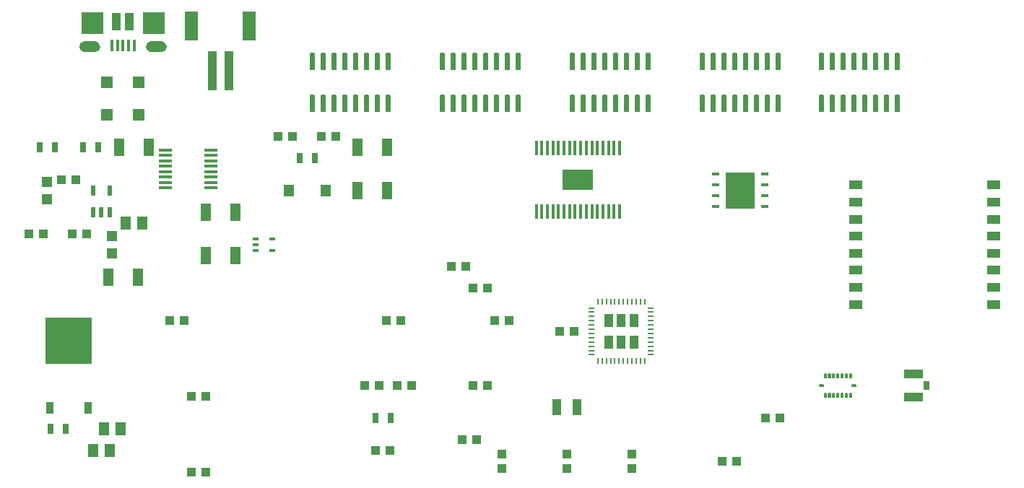
<source format=gbr>
G04 EAGLE Gerber RS-274X export*
G75*
%MOMM*%
%FSLAX34Y34*%
%LPD*%
%INSolderpaste Top*%
%IPPOS*%
%AMOC8*
5,1,8,0,0,1.08239X$1,22.5*%
G01*
%ADD10R,1.100000X1.000000*%
%ADD11R,0.800000X1.200000*%
%ADD12R,1.000000X1.100000*%
%ADD13R,1.270000X2.060000*%
%ADD14R,1.240000X1.500000*%
%ADD15R,1.200000X1.200000*%
%ADD16R,1.400000X1.400000*%
%ADD17R,1.270000X1.470000*%
%ADD18R,3.600000X2.400000*%
%ADD19R,0.300000X1.800000*%
%ADD20R,0.250000X0.750000*%
%ADD21R,0.750000X0.250000*%
%ADD22R,1.000000X1.500000*%
%ADD23C,0.175000*%
%ADD24C,0.150000*%
%ADD25R,0.965200X0.431800*%
%ADD26R,3.454400X4.343400*%
%ADD27R,0.550000X1.200000*%
%ADD28R,1.500000X1.000000*%
%ADD29R,0.889000X1.397000*%
%ADD30R,5.410200X5.511800*%
%ADD31R,1.000000X4.600000*%
%ADD32R,1.600000X3.400000*%
%ADD33R,1.100000X1.900000*%
%ADD34R,0.400000X1.350000*%
%ADD35R,1.000000X2.000000*%
%ADD36R,2.500000X2.500000*%
%ADD37R,2.200000X1.050000*%
%ADD38R,0.800000X1.000000*%
%ADD39R,1.600000X0.360000*%
%ADD40R,0.750000X0.400000*%

G36*
X106215Y937369D02*
X106215Y937369D01*
X106235Y937367D01*
X107361Y937428D01*
X107408Y937440D01*
X107484Y937447D01*
X108577Y937728D01*
X108621Y937748D01*
X108694Y937770D01*
X109711Y938258D01*
X109750Y938287D01*
X109817Y938323D01*
X110720Y939000D01*
X110753Y939035D01*
X110811Y939084D01*
X111564Y939924D01*
X111590Y939965D01*
X111638Y940025D01*
X112212Y940996D01*
X112229Y941041D01*
X112265Y941108D01*
X112639Y942173D01*
X112647Y942220D01*
X112669Y942294D01*
X112828Y943410D01*
X112827Y943438D01*
X112828Y943590D01*
X112669Y944707D01*
X112654Y944752D01*
X112639Y944827D01*
X112265Y945892D01*
X112241Y945934D01*
X112212Y946004D01*
X111638Y946975D01*
X111606Y947012D01*
X111564Y947076D01*
X110811Y947916D01*
X110774Y947946D01*
X110720Y948000D01*
X109817Y948677D01*
X109774Y948699D01*
X109711Y948742D01*
X108694Y949230D01*
X108647Y949243D01*
X108577Y949272D01*
X107484Y949553D01*
X107436Y949556D01*
X107361Y949572D01*
X106235Y949633D01*
X106219Y949631D01*
X106200Y949634D01*
X95200Y949634D01*
X95185Y949632D01*
X95165Y949633D01*
X94039Y949572D01*
X93992Y949561D01*
X93916Y949553D01*
X92823Y949272D01*
X92779Y949252D01*
X92706Y949230D01*
X91689Y948742D01*
X91650Y948714D01*
X91583Y948677D01*
X90680Y948000D01*
X90647Y947965D01*
X90589Y947916D01*
X89836Y947076D01*
X89810Y947035D01*
X89762Y946975D01*
X89188Y946004D01*
X89171Y945959D01*
X89135Y945892D01*
X88761Y944827D01*
X88753Y944780D01*
X88731Y944707D01*
X88572Y943590D01*
X88572Y943589D01*
X88573Y943402D01*
X88773Y942128D01*
X88790Y942081D01*
X88811Y941992D01*
X89289Y940795D01*
X89316Y940752D01*
X89356Y940670D01*
X90088Y939609D01*
X90124Y939573D01*
X90182Y939502D01*
X91132Y938631D01*
X91174Y938604D01*
X91247Y938547D01*
X92367Y937910D01*
X92414Y937893D01*
X92497Y937854D01*
X93731Y937481D01*
X93781Y937476D01*
X93871Y937456D01*
X95156Y937367D01*
X95176Y937369D01*
X95200Y937366D01*
X106200Y937366D01*
X106215Y937369D01*
G37*
G36*
X184215Y937369D02*
X184215Y937369D01*
X184235Y937367D01*
X185361Y937428D01*
X185408Y937440D01*
X185484Y937447D01*
X186577Y937728D01*
X186621Y937748D01*
X186694Y937770D01*
X187711Y938258D01*
X187750Y938287D01*
X187817Y938323D01*
X188720Y939000D01*
X188753Y939035D01*
X188811Y939084D01*
X189564Y939924D01*
X189590Y939965D01*
X189638Y940025D01*
X190212Y940996D01*
X190229Y941041D01*
X190265Y941108D01*
X190639Y942173D01*
X190647Y942220D01*
X190669Y942294D01*
X190828Y943410D01*
X190827Y943438D01*
X190828Y943590D01*
X190669Y944707D01*
X190654Y944752D01*
X190639Y944827D01*
X190265Y945892D01*
X190241Y945934D01*
X190212Y946004D01*
X189638Y946975D01*
X189606Y947012D01*
X189564Y947076D01*
X188811Y947916D01*
X188774Y947946D01*
X188720Y948000D01*
X187817Y948677D01*
X187774Y948699D01*
X187711Y948742D01*
X186694Y949230D01*
X186647Y949243D01*
X186577Y949272D01*
X185484Y949553D01*
X185436Y949556D01*
X185361Y949572D01*
X184235Y949633D01*
X184219Y949631D01*
X184200Y949634D01*
X173200Y949634D01*
X173185Y949632D01*
X173165Y949633D01*
X172039Y949572D01*
X171992Y949561D01*
X171916Y949553D01*
X170823Y949272D01*
X170779Y949252D01*
X170706Y949230D01*
X169689Y948742D01*
X169650Y948714D01*
X169583Y948677D01*
X168680Y948000D01*
X168647Y947965D01*
X168589Y947916D01*
X167836Y947076D01*
X167810Y947035D01*
X167762Y946975D01*
X167188Y946004D01*
X167171Y945959D01*
X167135Y945892D01*
X166761Y944827D01*
X166753Y944780D01*
X166731Y944707D01*
X166572Y943590D01*
X166572Y943589D01*
X166573Y943402D01*
X166773Y942128D01*
X166790Y942081D01*
X166811Y941992D01*
X167289Y940795D01*
X167316Y940752D01*
X167356Y940670D01*
X168088Y939609D01*
X168124Y939573D01*
X168182Y939502D01*
X169132Y938631D01*
X169174Y938604D01*
X169247Y938547D01*
X170367Y937910D01*
X170414Y937893D01*
X170497Y937854D01*
X171731Y937481D01*
X171781Y937476D01*
X171871Y937456D01*
X173156Y937367D01*
X173176Y937369D01*
X173200Y937366D01*
X184200Y937366D01*
X184215Y937369D01*
G37*
G36*
X879874Y782814D02*
X879874Y782814D01*
X879876Y782813D01*
X879919Y782833D01*
X879963Y782851D01*
X879963Y782853D01*
X879965Y782854D01*
X879998Y782939D01*
X879998Y795417D01*
X879997Y795419D01*
X879998Y795421D01*
X879978Y795464D01*
X879960Y795508D01*
X879958Y795508D01*
X879957Y795510D01*
X879872Y795543D01*
X864600Y795543D01*
X864598Y795542D01*
X864596Y795543D01*
X864553Y795523D01*
X864509Y795505D01*
X864509Y795503D01*
X864507Y795502D01*
X864474Y795417D01*
X864474Y782939D01*
X864475Y782937D01*
X864474Y782935D01*
X864494Y782892D01*
X864512Y782848D01*
X864514Y782848D01*
X864515Y782846D01*
X864600Y782813D01*
X879872Y782813D01*
X879874Y782814D01*
G37*
G36*
X862602Y782814D02*
X862602Y782814D01*
X862604Y782813D01*
X862647Y782833D01*
X862691Y782851D01*
X862691Y782853D01*
X862693Y782854D01*
X862726Y782939D01*
X862726Y795417D01*
X862725Y795419D01*
X862726Y795421D01*
X862706Y795464D01*
X862688Y795508D01*
X862686Y795508D01*
X862685Y795510D01*
X862600Y795543D01*
X847328Y795543D01*
X847326Y795542D01*
X847324Y795543D01*
X847281Y795523D01*
X847237Y795505D01*
X847237Y795503D01*
X847235Y795502D01*
X847202Y795417D01*
X847202Y782939D01*
X847203Y782937D01*
X847202Y782935D01*
X847222Y782892D01*
X847240Y782848D01*
X847242Y782848D01*
X847243Y782846D01*
X847328Y782813D01*
X862600Y782813D01*
X862602Y782814D01*
G37*
G36*
X879874Y768336D02*
X879874Y768336D01*
X879876Y768335D01*
X879919Y768355D01*
X879963Y768373D01*
X879963Y768375D01*
X879965Y768376D01*
X879998Y768461D01*
X879998Y780939D01*
X879997Y780941D01*
X879998Y780943D01*
X879978Y780986D01*
X879960Y781030D01*
X879958Y781030D01*
X879957Y781032D01*
X879872Y781065D01*
X864600Y781065D01*
X864598Y781064D01*
X864596Y781065D01*
X864553Y781045D01*
X864509Y781027D01*
X864509Y781025D01*
X864507Y781024D01*
X864474Y780939D01*
X864474Y768461D01*
X864475Y768459D01*
X864474Y768457D01*
X864494Y768414D01*
X864512Y768370D01*
X864514Y768370D01*
X864515Y768368D01*
X864600Y768335D01*
X879872Y768335D01*
X879874Y768336D01*
G37*
G36*
X862602Y768336D02*
X862602Y768336D01*
X862604Y768335D01*
X862647Y768355D01*
X862691Y768373D01*
X862691Y768375D01*
X862693Y768376D01*
X862726Y768461D01*
X862726Y780939D01*
X862725Y780941D01*
X862726Y780943D01*
X862706Y780986D01*
X862688Y781030D01*
X862686Y781030D01*
X862685Y781032D01*
X862600Y781065D01*
X847328Y781065D01*
X847326Y781064D01*
X847324Y781065D01*
X847281Y781045D01*
X847237Y781027D01*
X847237Y781025D01*
X847235Y781024D01*
X847202Y780939D01*
X847202Y768461D01*
X847203Y768459D01*
X847202Y768457D01*
X847222Y768414D01*
X847240Y768370D01*
X847242Y768370D01*
X847243Y768368D01*
X847328Y768335D01*
X862600Y768335D01*
X862602Y768336D01*
G37*
G36*
X879874Y753858D02*
X879874Y753858D01*
X879876Y753857D01*
X879919Y753877D01*
X879963Y753895D01*
X879963Y753897D01*
X879965Y753898D01*
X879998Y753983D01*
X879998Y766461D01*
X879997Y766463D01*
X879998Y766465D01*
X879978Y766508D01*
X879960Y766552D01*
X879958Y766552D01*
X879957Y766554D01*
X879872Y766587D01*
X864600Y766587D01*
X864598Y766586D01*
X864596Y766587D01*
X864553Y766567D01*
X864509Y766549D01*
X864509Y766547D01*
X864507Y766546D01*
X864474Y766461D01*
X864474Y753983D01*
X864475Y753981D01*
X864474Y753979D01*
X864494Y753936D01*
X864512Y753892D01*
X864514Y753892D01*
X864515Y753890D01*
X864600Y753857D01*
X879872Y753857D01*
X879874Y753858D01*
G37*
G36*
X862602Y753858D02*
X862602Y753858D01*
X862604Y753857D01*
X862647Y753877D01*
X862691Y753895D01*
X862691Y753897D01*
X862693Y753898D01*
X862726Y753983D01*
X862726Y766461D01*
X862725Y766463D01*
X862726Y766465D01*
X862706Y766508D01*
X862688Y766552D01*
X862686Y766552D01*
X862685Y766554D01*
X862600Y766587D01*
X847328Y766587D01*
X847326Y766586D01*
X847324Y766587D01*
X847281Y766567D01*
X847237Y766549D01*
X847237Y766547D01*
X847235Y766546D01*
X847202Y766461D01*
X847202Y753983D01*
X847203Y753981D01*
X847202Y753979D01*
X847222Y753936D01*
X847240Y753892D01*
X847242Y753892D01*
X847243Y753890D01*
X847328Y753857D01*
X862600Y753857D01*
X862602Y753858D01*
G37*
D10*
X668900Y609600D03*
X651900Y609600D03*
X194700Y622300D03*
X211700Y622300D03*
X220100Y533400D03*
X237100Y533400D03*
X436000Y469900D03*
X453000Y469900D03*
D11*
X92600Y825500D03*
X110600Y825500D03*
D12*
X736600Y465700D03*
X736600Y448700D03*
D11*
X54500Y495300D03*
X72500Y495300D03*
D13*
X169950Y825500D03*
X134850Y825500D03*
X236450Y749300D03*
X271550Y749300D03*
X414250Y774700D03*
X449350Y774700D03*
D11*
X41800Y825500D03*
X59800Y825500D03*
D12*
X584200Y465700D03*
X584200Y448700D03*
D11*
X435500Y508000D03*
X453500Y508000D03*
D10*
X220100Y444500D03*
X237100Y444500D03*
D14*
X142900Y736600D03*
X161900Y736600D03*
D12*
X660400Y465700D03*
X660400Y448700D03*
D14*
X123800Y469900D03*
X104800Y469900D03*
D13*
X236450Y698500D03*
X271550Y698500D03*
X122150Y673100D03*
X157250Y673100D03*
X414250Y825500D03*
X449350Y825500D03*
D14*
X117500Y495300D03*
X136500Y495300D03*
D15*
X127000Y721700D03*
X127000Y700700D03*
D16*
X158200Y901700D03*
X121200Y901700D03*
D17*
X334100Y774700D03*
X377100Y774700D03*
D16*
X158200Y863600D03*
X121200Y863600D03*
D18*
X673100Y787400D03*
D19*
X624350Y749900D03*
X630850Y749900D03*
X637350Y749900D03*
X643850Y749900D03*
X650350Y749900D03*
X656850Y749900D03*
X663350Y749900D03*
X669850Y749900D03*
X676350Y749900D03*
X682850Y749900D03*
X689350Y749900D03*
X695850Y749900D03*
X702350Y749900D03*
X708850Y749900D03*
X715350Y749900D03*
X721850Y749900D03*
X721850Y824900D03*
X715350Y824900D03*
X708850Y824900D03*
X702350Y824900D03*
X695850Y824900D03*
X689350Y824900D03*
X682850Y824900D03*
X676350Y824900D03*
X669850Y824900D03*
X663350Y824900D03*
X656850Y824900D03*
X650350Y824900D03*
X643850Y824900D03*
X637350Y824900D03*
X630850Y824900D03*
X624350Y824900D03*
D15*
X50800Y785200D03*
X50800Y764200D03*
D11*
X346600Y812800D03*
X364600Y812800D03*
D10*
X537600Y482600D03*
X554600Y482600D03*
X550300Y660400D03*
X567300Y660400D03*
X372500Y838200D03*
X389500Y838200D03*
X321700Y838200D03*
X338700Y838200D03*
X550300Y546100D03*
X567300Y546100D03*
X80400Y723900D03*
X97400Y723900D03*
X893200Y508000D03*
X910200Y508000D03*
X524900Y685800D03*
X541900Y685800D03*
X575700Y622300D03*
X592700Y622300D03*
X859400Y457200D03*
X842400Y457200D03*
X29600Y723900D03*
X46600Y723900D03*
X67700Y787400D03*
X84700Y787400D03*
X461400Y546100D03*
X478400Y546100D03*
D20*
X696400Y574850D03*
X701400Y574850D03*
X706400Y574850D03*
X711400Y574850D03*
X716400Y574850D03*
X721400Y574850D03*
X726400Y574850D03*
X731400Y574850D03*
X736400Y574850D03*
X741400Y574850D03*
X746400Y574850D03*
D21*
X758650Y582100D03*
X758650Y587100D03*
X758650Y592100D03*
X758650Y597100D03*
X758650Y602100D03*
X758650Y607100D03*
X758650Y612100D03*
X758650Y617100D03*
X758650Y622100D03*
X758650Y627100D03*
X758650Y632100D03*
D20*
X751400Y644350D03*
X746400Y644350D03*
X741400Y644350D03*
X736400Y644350D03*
X731400Y644350D03*
X726400Y644350D03*
X721400Y644350D03*
X716400Y644350D03*
X711400Y644350D03*
X706400Y644350D03*
X701400Y644350D03*
D21*
X689150Y637100D03*
X689150Y632100D03*
X689150Y627100D03*
X689150Y622100D03*
X689150Y617100D03*
X689150Y612100D03*
X689150Y607100D03*
X689150Y602100D03*
X689150Y597100D03*
X689150Y592100D03*
X689150Y587100D03*
D22*
X708900Y622100D03*
X723900Y622100D03*
X738900Y622100D03*
X738900Y597100D03*
X723900Y597100D03*
X708900Y597100D03*
D20*
X751400Y574850D03*
D21*
X758650Y637100D03*
D20*
X696400Y644350D03*
D21*
X689150Y582100D03*
D23*
X962025Y555675D02*
X963775Y555675D01*
X962025Y555675D02*
X962025Y559725D01*
X963775Y559725D01*
X963775Y555675D01*
X963775Y557337D02*
X962025Y557337D01*
X962025Y558999D02*
X963775Y558999D01*
X967025Y555675D02*
X968775Y555675D01*
X967025Y555675D02*
X967025Y559725D01*
X968775Y559725D01*
X968775Y555675D01*
X968775Y557337D02*
X967025Y557337D01*
X967025Y558999D02*
X968775Y558999D01*
X972025Y555675D02*
X973775Y555675D01*
X972025Y555675D02*
X972025Y559725D01*
X973775Y559725D01*
X973775Y555675D01*
X973775Y557337D02*
X972025Y557337D01*
X972025Y558999D02*
X973775Y558999D01*
X977025Y555675D02*
X978775Y555675D01*
X977025Y555675D02*
X977025Y559725D01*
X978775Y559725D01*
X978775Y555675D01*
X978775Y557337D02*
X977025Y557337D01*
X977025Y558999D02*
X978775Y558999D01*
X982025Y555675D02*
X983775Y555675D01*
X982025Y555675D02*
X982025Y559725D01*
X983775Y559725D01*
X983775Y555675D01*
X983775Y557337D02*
X982025Y557337D01*
X982025Y558999D02*
X983775Y558999D01*
X987025Y555675D02*
X988775Y555675D01*
X987025Y555675D02*
X987025Y559725D01*
X988775Y559725D01*
X988775Y555675D01*
X988775Y557337D02*
X987025Y557337D01*
X987025Y558999D02*
X988775Y558999D01*
X992025Y555675D02*
X993775Y555675D01*
X992025Y555675D02*
X992025Y559725D01*
X993775Y559725D01*
X993775Y555675D01*
X993775Y557337D02*
X992025Y557337D01*
X992025Y558999D02*
X993775Y558999D01*
X999025Y546975D02*
X999025Y545225D01*
X994975Y545225D01*
X994975Y546975D01*
X999025Y546975D01*
X999025Y546887D02*
X994975Y546887D01*
X993775Y532475D02*
X992025Y532475D01*
X992025Y536525D01*
X993775Y536525D01*
X993775Y532475D01*
X993775Y534137D02*
X992025Y534137D01*
X992025Y535799D02*
X993775Y535799D01*
X988775Y532475D02*
X987025Y532475D01*
X987025Y536525D01*
X988775Y536525D01*
X988775Y532475D01*
X988775Y534137D02*
X987025Y534137D01*
X987025Y535799D02*
X988775Y535799D01*
X983775Y532475D02*
X982025Y532475D01*
X982025Y536525D01*
X983775Y536525D01*
X983775Y532475D01*
X983775Y534137D02*
X982025Y534137D01*
X982025Y535799D02*
X983775Y535799D01*
X978775Y532475D02*
X977025Y532475D01*
X977025Y536525D01*
X978775Y536525D01*
X978775Y532475D01*
X978775Y534137D02*
X977025Y534137D01*
X977025Y535799D02*
X978775Y535799D01*
X973775Y532475D02*
X972025Y532475D01*
X972025Y536525D01*
X973775Y536525D01*
X973775Y532475D01*
X973775Y534137D02*
X972025Y534137D01*
X972025Y535799D02*
X973775Y535799D01*
X968775Y532475D02*
X967025Y532475D01*
X967025Y536525D01*
X968775Y536525D01*
X968775Y532475D01*
X968775Y534137D02*
X967025Y534137D01*
X967025Y535799D02*
X968775Y535799D01*
X963775Y532475D02*
X962025Y532475D01*
X962025Y536525D01*
X963775Y536525D01*
X963775Y532475D01*
X963775Y534137D02*
X962025Y534137D01*
X962025Y535799D02*
X963775Y535799D01*
X960825Y545225D02*
X960825Y546975D01*
X960825Y545225D02*
X956775Y545225D01*
X956775Y546975D01*
X960825Y546975D01*
X960825Y546887D02*
X956775Y546887D01*
D24*
X821400Y867850D02*
X821400Y886050D01*
X821400Y867850D02*
X816900Y867850D01*
X816900Y886050D01*
X821400Y886050D01*
X821400Y869275D02*
X816900Y869275D01*
X816900Y870700D02*
X821400Y870700D01*
X821400Y872125D02*
X816900Y872125D01*
X816900Y873550D02*
X821400Y873550D01*
X821400Y874975D02*
X816900Y874975D01*
X816900Y876400D02*
X821400Y876400D01*
X821400Y877825D02*
X816900Y877825D01*
X816900Y879250D02*
X821400Y879250D01*
X821400Y880675D02*
X816900Y880675D01*
X816900Y882100D02*
X821400Y882100D01*
X821400Y883525D02*
X816900Y883525D01*
X816900Y884950D02*
X821400Y884950D01*
X834100Y886050D02*
X834100Y867850D01*
X829600Y867850D01*
X829600Y886050D01*
X834100Y886050D01*
X834100Y869275D02*
X829600Y869275D01*
X829600Y870700D02*
X834100Y870700D01*
X834100Y872125D02*
X829600Y872125D01*
X829600Y873550D02*
X834100Y873550D01*
X834100Y874975D02*
X829600Y874975D01*
X829600Y876400D02*
X834100Y876400D01*
X834100Y877825D02*
X829600Y877825D01*
X829600Y879250D02*
X834100Y879250D01*
X834100Y880675D02*
X829600Y880675D01*
X829600Y882100D02*
X834100Y882100D01*
X834100Y883525D02*
X829600Y883525D01*
X829600Y884950D02*
X834100Y884950D01*
X846800Y886050D02*
X846800Y867850D01*
X842300Y867850D01*
X842300Y886050D01*
X846800Y886050D01*
X846800Y869275D02*
X842300Y869275D01*
X842300Y870700D02*
X846800Y870700D01*
X846800Y872125D02*
X842300Y872125D01*
X842300Y873550D02*
X846800Y873550D01*
X846800Y874975D02*
X842300Y874975D01*
X842300Y876400D02*
X846800Y876400D01*
X846800Y877825D02*
X842300Y877825D01*
X842300Y879250D02*
X846800Y879250D01*
X846800Y880675D02*
X842300Y880675D01*
X842300Y882100D02*
X846800Y882100D01*
X846800Y883525D02*
X842300Y883525D01*
X842300Y884950D02*
X846800Y884950D01*
X859500Y886050D02*
X859500Y867850D01*
X855000Y867850D01*
X855000Y886050D01*
X859500Y886050D01*
X859500Y869275D02*
X855000Y869275D01*
X855000Y870700D02*
X859500Y870700D01*
X859500Y872125D02*
X855000Y872125D01*
X855000Y873550D02*
X859500Y873550D01*
X859500Y874975D02*
X855000Y874975D01*
X855000Y876400D02*
X859500Y876400D01*
X859500Y877825D02*
X855000Y877825D01*
X855000Y879250D02*
X859500Y879250D01*
X859500Y880675D02*
X855000Y880675D01*
X855000Y882100D02*
X859500Y882100D01*
X859500Y883525D02*
X855000Y883525D01*
X855000Y884950D02*
X859500Y884950D01*
X872200Y886050D02*
X872200Y867850D01*
X867700Y867850D01*
X867700Y886050D01*
X872200Y886050D01*
X872200Y869275D02*
X867700Y869275D01*
X867700Y870700D02*
X872200Y870700D01*
X872200Y872125D02*
X867700Y872125D01*
X867700Y873550D02*
X872200Y873550D01*
X872200Y874975D02*
X867700Y874975D01*
X867700Y876400D02*
X872200Y876400D01*
X872200Y877825D02*
X867700Y877825D01*
X867700Y879250D02*
X872200Y879250D01*
X872200Y880675D02*
X867700Y880675D01*
X867700Y882100D02*
X872200Y882100D01*
X872200Y883525D02*
X867700Y883525D01*
X867700Y884950D02*
X872200Y884950D01*
X884900Y886050D02*
X884900Y867850D01*
X880400Y867850D01*
X880400Y886050D01*
X884900Y886050D01*
X884900Y869275D02*
X880400Y869275D01*
X880400Y870700D02*
X884900Y870700D01*
X884900Y872125D02*
X880400Y872125D01*
X880400Y873550D02*
X884900Y873550D01*
X884900Y874975D02*
X880400Y874975D01*
X880400Y876400D02*
X884900Y876400D01*
X884900Y877825D02*
X880400Y877825D01*
X880400Y879250D02*
X884900Y879250D01*
X884900Y880675D02*
X880400Y880675D01*
X880400Y882100D02*
X884900Y882100D01*
X884900Y883525D02*
X880400Y883525D01*
X880400Y884950D02*
X884900Y884950D01*
X897600Y886050D02*
X897600Y867850D01*
X893100Y867850D01*
X893100Y886050D01*
X897600Y886050D01*
X897600Y869275D02*
X893100Y869275D01*
X893100Y870700D02*
X897600Y870700D01*
X897600Y872125D02*
X893100Y872125D01*
X893100Y873550D02*
X897600Y873550D01*
X897600Y874975D02*
X893100Y874975D01*
X893100Y876400D02*
X897600Y876400D01*
X897600Y877825D02*
X893100Y877825D01*
X893100Y879250D02*
X897600Y879250D01*
X897600Y880675D02*
X893100Y880675D01*
X893100Y882100D02*
X897600Y882100D01*
X897600Y883525D02*
X893100Y883525D01*
X893100Y884950D02*
X897600Y884950D01*
X910300Y886050D02*
X910300Y867850D01*
X905800Y867850D01*
X905800Y886050D01*
X910300Y886050D01*
X910300Y869275D02*
X905800Y869275D01*
X905800Y870700D02*
X910300Y870700D01*
X910300Y872125D02*
X905800Y872125D01*
X905800Y873550D02*
X910300Y873550D01*
X910300Y874975D02*
X905800Y874975D01*
X905800Y876400D02*
X910300Y876400D01*
X910300Y877825D02*
X905800Y877825D01*
X905800Y879250D02*
X910300Y879250D01*
X910300Y880675D02*
X905800Y880675D01*
X905800Y882100D02*
X910300Y882100D01*
X910300Y883525D02*
X905800Y883525D01*
X905800Y884950D02*
X910300Y884950D01*
X910300Y917350D02*
X910300Y935550D01*
X910300Y917350D02*
X905800Y917350D01*
X905800Y935550D01*
X910300Y935550D01*
X910300Y918775D02*
X905800Y918775D01*
X905800Y920200D02*
X910300Y920200D01*
X910300Y921625D02*
X905800Y921625D01*
X905800Y923050D02*
X910300Y923050D01*
X910300Y924475D02*
X905800Y924475D01*
X905800Y925900D02*
X910300Y925900D01*
X910300Y927325D02*
X905800Y927325D01*
X905800Y928750D02*
X910300Y928750D01*
X910300Y930175D02*
X905800Y930175D01*
X905800Y931600D02*
X910300Y931600D01*
X910300Y933025D02*
X905800Y933025D01*
X905800Y934450D02*
X910300Y934450D01*
X897600Y935550D02*
X897600Y917350D01*
X893100Y917350D01*
X893100Y935550D01*
X897600Y935550D01*
X897600Y918775D02*
X893100Y918775D01*
X893100Y920200D02*
X897600Y920200D01*
X897600Y921625D02*
X893100Y921625D01*
X893100Y923050D02*
X897600Y923050D01*
X897600Y924475D02*
X893100Y924475D01*
X893100Y925900D02*
X897600Y925900D01*
X897600Y927325D02*
X893100Y927325D01*
X893100Y928750D02*
X897600Y928750D01*
X897600Y930175D02*
X893100Y930175D01*
X893100Y931600D02*
X897600Y931600D01*
X897600Y933025D02*
X893100Y933025D01*
X893100Y934450D02*
X897600Y934450D01*
X884900Y935550D02*
X884900Y917350D01*
X880400Y917350D01*
X880400Y935550D01*
X884900Y935550D01*
X884900Y918775D02*
X880400Y918775D01*
X880400Y920200D02*
X884900Y920200D01*
X884900Y921625D02*
X880400Y921625D01*
X880400Y923050D02*
X884900Y923050D01*
X884900Y924475D02*
X880400Y924475D01*
X880400Y925900D02*
X884900Y925900D01*
X884900Y927325D02*
X880400Y927325D01*
X880400Y928750D02*
X884900Y928750D01*
X884900Y930175D02*
X880400Y930175D01*
X880400Y931600D02*
X884900Y931600D01*
X884900Y933025D02*
X880400Y933025D01*
X880400Y934450D02*
X884900Y934450D01*
X872200Y935550D02*
X872200Y917350D01*
X867700Y917350D01*
X867700Y935550D01*
X872200Y935550D01*
X872200Y918775D02*
X867700Y918775D01*
X867700Y920200D02*
X872200Y920200D01*
X872200Y921625D02*
X867700Y921625D01*
X867700Y923050D02*
X872200Y923050D01*
X872200Y924475D02*
X867700Y924475D01*
X867700Y925900D02*
X872200Y925900D01*
X872200Y927325D02*
X867700Y927325D01*
X867700Y928750D02*
X872200Y928750D01*
X872200Y930175D02*
X867700Y930175D01*
X867700Y931600D02*
X872200Y931600D01*
X872200Y933025D02*
X867700Y933025D01*
X867700Y934450D02*
X872200Y934450D01*
X859500Y935550D02*
X859500Y917350D01*
X855000Y917350D01*
X855000Y935550D01*
X859500Y935550D01*
X859500Y918775D02*
X855000Y918775D01*
X855000Y920200D02*
X859500Y920200D01*
X859500Y921625D02*
X855000Y921625D01*
X855000Y923050D02*
X859500Y923050D01*
X859500Y924475D02*
X855000Y924475D01*
X855000Y925900D02*
X859500Y925900D01*
X859500Y927325D02*
X855000Y927325D01*
X855000Y928750D02*
X859500Y928750D01*
X859500Y930175D02*
X855000Y930175D01*
X855000Y931600D02*
X859500Y931600D01*
X859500Y933025D02*
X855000Y933025D01*
X855000Y934450D02*
X859500Y934450D01*
X846800Y935550D02*
X846800Y917350D01*
X842300Y917350D01*
X842300Y935550D01*
X846800Y935550D01*
X846800Y918775D02*
X842300Y918775D01*
X842300Y920200D02*
X846800Y920200D01*
X846800Y921625D02*
X842300Y921625D01*
X842300Y923050D02*
X846800Y923050D01*
X846800Y924475D02*
X842300Y924475D01*
X842300Y925900D02*
X846800Y925900D01*
X846800Y927325D02*
X842300Y927325D01*
X842300Y928750D02*
X846800Y928750D01*
X846800Y930175D02*
X842300Y930175D01*
X842300Y931600D02*
X846800Y931600D01*
X846800Y933025D02*
X842300Y933025D01*
X842300Y934450D02*
X846800Y934450D01*
X834100Y935550D02*
X834100Y917350D01*
X829600Y917350D01*
X829600Y935550D01*
X834100Y935550D01*
X834100Y918775D02*
X829600Y918775D01*
X829600Y920200D02*
X834100Y920200D01*
X834100Y921625D02*
X829600Y921625D01*
X829600Y923050D02*
X834100Y923050D01*
X834100Y924475D02*
X829600Y924475D01*
X829600Y925900D02*
X834100Y925900D01*
X834100Y927325D02*
X829600Y927325D01*
X829600Y928750D02*
X834100Y928750D01*
X834100Y930175D02*
X829600Y930175D01*
X829600Y931600D02*
X834100Y931600D01*
X834100Y933025D02*
X829600Y933025D01*
X829600Y934450D02*
X834100Y934450D01*
X821400Y935550D02*
X821400Y917350D01*
X816900Y917350D01*
X816900Y935550D01*
X821400Y935550D01*
X821400Y918775D02*
X816900Y918775D01*
X816900Y920200D02*
X821400Y920200D01*
X821400Y921625D02*
X816900Y921625D01*
X816900Y923050D02*
X821400Y923050D01*
X821400Y924475D02*
X816900Y924475D01*
X816900Y925900D02*
X821400Y925900D01*
X821400Y927325D02*
X816900Y927325D01*
X816900Y928750D02*
X821400Y928750D01*
X821400Y930175D02*
X816900Y930175D01*
X816900Y931600D02*
X821400Y931600D01*
X821400Y933025D02*
X816900Y933025D01*
X816900Y934450D02*
X821400Y934450D01*
X364200Y886050D02*
X364200Y867850D01*
X359700Y867850D01*
X359700Y886050D01*
X364200Y886050D01*
X364200Y869275D02*
X359700Y869275D01*
X359700Y870700D02*
X364200Y870700D01*
X364200Y872125D02*
X359700Y872125D01*
X359700Y873550D02*
X364200Y873550D01*
X364200Y874975D02*
X359700Y874975D01*
X359700Y876400D02*
X364200Y876400D01*
X364200Y877825D02*
X359700Y877825D01*
X359700Y879250D02*
X364200Y879250D01*
X364200Y880675D02*
X359700Y880675D01*
X359700Y882100D02*
X364200Y882100D01*
X364200Y883525D02*
X359700Y883525D01*
X359700Y884950D02*
X364200Y884950D01*
X376900Y886050D02*
X376900Y867850D01*
X372400Y867850D01*
X372400Y886050D01*
X376900Y886050D01*
X376900Y869275D02*
X372400Y869275D01*
X372400Y870700D02*
X376900Y870700D01*
X376900Y872125D02*
X372400Y872125D01*
X372400Y873550D02*
X376900Y873550D01*
X376900Y874975D02*
X372400Y874975D01*
X372400Y876400D02*
X376900Y876400D01*
X376900Y877825D02*
X372400Y877825D01*
X372400Y879250D02*
X376900Y879250D01*
X376900Y880675D02*
X372400Y880675D01*
X372400Y882100D02*
X376900Y882100D01*
X376900Y883525D02*
X372400Y883525D01*
X372400Y884950D02*
X376900Y884950D01*
X389600Y886050D02*
X389600Y867850D01*
X385100Y867850D01*
X385100Y886050D01*
X389600Y886050D01*
X389600Y869275D02*
X385100Y869275D01*
X385100Y870700D02*
X389600Y870700D01*
X389600Y872125D02*
X385100Y872125D01*
X385100Y873550D02*
X389600Y873550D01*
X389600Y874975D02*
X385100Y874975D01*
X385100Y876400D02*
X389600Y876400D01*
X389600Y877825D02*
X385100Y877825D01*
X385100Y879250D02*
X389600Y879250D01*
X389600Y880675D02*
X385100Y880675D01*
X385100Y882100D02*
X389600Y882100D01*
X389600Y883525D02*
X385100Y883525D01*
X385100Y884950D02*
X389600Y884950D01*
X402300Y886050D02*
X402300Y867850D01*
X397800Y867850D01*
X397800Y886050D01*
X402300Y886050D01*
X402300Y869275D02*
X397800Y869275D01*
X397800Y870700D02*
X402300Y870700D01*
X402300Y872125D02*
X397800Y872125D01*
X397800Y873550D02*
X402300Y873550D01*
X402300Y874975D02*
X397800Y874975D01*
X397800Y876400D02*
X402300Y876400D01*
X402300Y877825D02*
X397800Y877825D01*
X397800Y879250D02*
X402300Y879250D01*
X402300Y880675D02*
X397800Y880675D01*
X397800Y882100D02*
X402300Y882100D01*
X402300Y883525D02*
X397800Y883525D01*
X397800Y884950D02*
X402300Y884950D01*
X415000Y886050D02*
X415000Y867850D01*
X410500Y867850D01*
X410500Y886050D01*
X415000Y886050D01*
X415000Y869275D02*
X410500Y869275D01*
X410500Y870700D02*
X415000Y870700D01*
X415000Y872125D02*
X410500Y872125D01*
X410500Y873550D02*
X415000Y873550D01*
X415000Y874975D02*
X410500Y874975D01*
X410500Y876400D02*
X415000Y876400D01*
X415000Y877825D02*
X410500Y877825D01*
X410500Y879250D02*
X415000Y879250D01*
X415000Y880675D02*
X410500Y880675D01*
X410500Y882100D02*
X415000Y882100D01*
X415000Y883525D02*
X410500Y883525D01*
X410500Y884950D02*
X415000Y884950D01*
X427700Y886050D02*
X427700Y867850D01*
X423200Y867850D01*
X423200Y886050D01*
X427700Y886050D01*
X427700Y869275D02*
X423200Y869275D01*
X423200Y870700D02*
X427700Y870700D01*
X427700Y872125D02*
X423200Y872125D01*
X423200Y873550D02*
X427700Y873550D01*
X427700Y874975D02*
X423200Y874975D01*
X423200Y876400D02*
X427700Y876400D01*
X427700Y877825D02*
X423200Y877825D01*
X423200Y879250D02*
X427700Y879250D01*
X427700Y880675D02*
X423200Y880675D01*
X423200Y882100D02*
X427700Y882100D01*
X427700Y883525D02*
X423200Y883525D01*
X423200Y884950D02*
X427700Y884950D01*
X440400Y886050D02*
X440400Y867850D01*
X435900Y867850D01*
X435900Y886050D01*
X440400Y886050D01*
X440400Y869275D02*
X435900Y869275D01*
X435900Y870700D02*
X440400Y870700D01*
X440400Y872125D02*
X435900Y872125D01*
X435900Y873550D02*
X440400Y873550D01*
X440400Y874975D02*
X435900Y874975D01*
X435900Y876400D02*
X440400Y876400D01*
X440400Y877825D02*
X435900Y877825D01*
X435900Y879250D02*
X440400Y879250D01*
X440400Y880675D02*
X435900Y880675D01*
X435900Y882100D02*
X440400Y882100D01*
X440400Y883525D02*
X435900Y883525D01*
X435900Y884950D02*
X440400Y884950D01*
X453100Y886050D02*
X453100Y867850D01*
X448600Y867850D01*
X448600Y886050D01*
X453100Y886050D01*
X453100Y869275D02*
X448600Y869275D01*
X448600Y870700D02*
X453100Y870700D01*
X453100Y872125D02*
X448600Y872125D01*
X448600Y873550D02*
X453100Y873550D01*
X453100Y874975D02*
X448600Y874975D01*
X448600Y876400D02*
X453100Y876400D01*
X453100Y877825D02*
X448600Y877825D01*
X448600Y879250D02*
X453100Y879250D01*
X453100Y880675D02*
X448600Y880675D01*
X448600Y882100D02*
X453100Y882100D01*
X453100Y883525D02*
X448600Y883525D01*
X448600Y884950D02*
X453100Y884950D01*
X453100Y917350D02*
X453100Y935550D01*
X453100Y917350D02*
X448600Y917350D01*
X448600Y935550D01*
X453100Y935550D01*
X453100Y918775D02*
X448600Y918775D01*
X448600Y920200D02*
X453100Y920200D01*
X453100Y921625D02*
X448600Y921625D01*
X448600Y923050D02*
X453100Y923050D01*
X453100Y924475D02*
X448600Y924475D01*
X448600Y925900D02*
X453100Y925900D01*
X453100Y927325D02*
X448600Y927325D01*
X448600Y928750D02*
X453100Y928750D01*
X453100Y930175D02*
X448600Y930175D01*
X448600Y931600D02*
X453100Y931600D01*
X453100Y933025D02*
X448600Y933025D01*
X448600Y934450D02*
X453100Y934450D01*
X440400Y935550D02*
X440400Y917350D01*
X435900Y917350D01*
X435900Y935550D01*
X440400Y935550D01*
X440400Y918775D02*
X435900Y918775D01*
X435900Y920200D02*
X440400Y920200D01*
X440400Y921625D02*
X435900Y921625D01*
X435900Y923050D02*
X440400Y923050D01*
X440400Y924475D02*
X435900Y924475D01*
X435900Y925900D02*
X440400Y925900D01*
X440400Y927325D02*
X435900Y927325D01*
X435900Y928750D02*
X440400Y928750D01*
X440400Y930175D02*
X435900Y930175D01*
X435900Y931600D02*
X440400Y931600D01*
X440400Y933025D02*
X435900Y933025D01*
X435900Y934450D02*
X440400Y934450D01*
X427700Y935550D02*
X427700Y917350D01*
X423200Y917350D01*
X423200Y935550D01*
X427700Y935550D01*
X427700Y918775D02*
X423200Y918775D01*
X423200Y920200D02*
X427700Y920200D01*
X427700Y921625D02*
X423200Y921625D01*
X423200Y923050D02*
X427700Y923050D01*
X427700Y924475D02*
X423200Y924475D01*
X423200Y925900D02*
X427700Y925900D01*
X427700Y927325D02*
X423200Y927325D01*
X423200Y928750D02*
X427700Y928750D01*
X427700Y930175D02*
X423200Y930175D01*
X423200Y931600D02*
X427700Y931600D01*
X427700Y933025D02*
X423200Y933025D01*
X423200Y934450D02*
X427700Y934450D01*
X415000Y935550D02*
X415000Y917350D01*
X410500Y917350D01*
X410500Y935550D01*
X415000Y935550D01*
X415000Y918775D02*
X410500Y918775D01*
X410500Y920200D02*
X415000Y920200D01*
X415000Y921625D02*
X410500Y921625D01*
X410500Y923050D02*
X415000Y923050D01*
X415000Y924475D02*
X410500Y924475D01*
X410500Y925900D02*
X415000Y925900D01*
X415000Y927325D02*
X410500Y927325D01*
X410500Y928750D02*
X415000Y928750D01*
X415000Y930175D02*
X410500Y930175D01*
X410500Y931600D02*
X415000Y931600D01*
X415000Y933025D02*
X410500Y933025D01*
X410500Y934450D02*
X415000Y934450D01*
X402300Y935550D02*
X402300Y917350D01*
X397800Y917350D01*
X397800Y935550D01*
X402300Y935550D01*
X402300Y918775D02*
X397800Y918775D01*
X397800Y920200D02*
X402300Y920200D01*
X402300Y921625D02*
X397800Y921625D01*
X397800Y923050D02*
X402300Y923050D01*
X402300Y924475D02*
X397800Y924475D01*
X397800Y925900D02*
X402300Y925900D01*
X402300Y927325D02*
X397800Y927325D01*
X397800Y928750D02*
X402300Y928750D01*
X402300Y930175D02*
X397800Y930175D01*
X397800Y931600D02*
X402300Y931600D01*
X402300Y933025D02*
X397800Y933025D01*
X397800Y934450D02*
X402300Y934450D01*
X389600Y935550D02*
X389600Y917350D01*
X385100Y917350D01*
X385100Y935550D01*
X389600Y935550D01*
X389600Y918775D02*
X385100Y918775D01*
X385100Y920200D02*
X389600Y920200D01*
X389600Y921625D02*
X385100Y921625D01*
X385100Y923050D02*
X389600Y923050D01*
X389600Y924475D02*
X385100Y924475D01*
X385100Y925900D02*
X389600Y925900D01*
X389600Y927325D02*
X385100Y927325D01*
X385100Y928750D02*
X389600Y928750D01*
X389600Y930175D02*
X385100Y930175D01*
X385100Y931600D02*
X389600Y931600D01*
X389600Y933025D02*
X385100Y933025D01*
X385100Y934450D02*
X389600Y934450D01*
X376900Y935550D02*
X376900Y917350D01*
X372400Y917350D01*
X372400Y935550D01*
X376900Y935550D01*
X376900Y918775D02*
X372400Y918775D01*
X372400Y920200D02*
X376900Y920200D01*
X376900Y921625D02*
X372400Y921625D01*
X372400Y923050D02*
X376900Y923050D01*
X376900Y924475D02*
X372400Y924475D01*
X372400Y925900D02*
X376900Y925900D01*
X376900Y927325D02*
X372400Y927325D01*
X372400Y928750D02*
X376900Y928750D01*
X376900Y930175D02*
X372400Y930175D01*
X372400Y931600D02*
X376900Y931600D01*
X376900Y933025D02*
X372400Y933025D01*
X372400Y934450D02*
X376900Y934450D01*
X364200Y935550D02*
X364200Y917350D01*
X359700Y917350D01*
X359700Y935550D01*
X364200Y935550D01*
X364200Y918775D02*
X359700Y918775D01*
X359700Y920200D02*
X364200Y920200D01*
X364200Y921625D02*
X359700Y921625D01*
X359700Y923050D02*
X364200Y923050D01*
X364200Y924475D02*
X359700Y924475D01*
X359700Y925900D02*
X364200Y925900D01*
X364200Y927325D02*
X359700Y927325D01*
X359700Y928750D02*
X364200Y928750D01*
X364200Y930175D02*
X359700Y930175D01*
X359700Y931600D02*
X364200Y931600D01*
X364200Y933025D02*
X359700Y933025D01*
X359700Y934450D02*
X364200Y934450D01*
X961100Y886050D02*
X961100Y867850D01*
X956600Y867850D01*
X956600Y886050D01*
X961100Y886050D01*
X961100Y869275D02*
X956600Y869275D01*
X956600Y870700D02*
X961100Y870700D01*
X961100Y872125D02*
X956600Y872125D01*
X956600Y873550D02*
X961100Y873550D01*
X961100Y874975D02*
X956600Y874975D01*
X956600Y876400D02*
X961100Y876400D01*
X961100Y877825D02*
X956600Y877825D01*
X956600Y879250D02*
X961100Y879250D01*
X961100Y880675D02*
X956600Y880675D01*
X956600Y882100D02*
X961100Y882100D01*
X961100Y883525D02*
X956600Y883525D01*
X956600Y884950D02*
X961100Y884950D01*
X973800Y886050D02*
X973800Y867850D01*
X969300Y867850D01*
X969300Y886050D01*
X973800Y886050D01*
X973800Y869275D02*
X969300Y869275D01*
X969300Y870700D02*
X973800Y870700D01*
X973800Y872125D02*
X969300Y872125D01*
X969300Y873550D02*
X973800Y873550D01*
X973800Y874975D02*
X969300Y874975D01*
X969300Y876400D02*
X973800Y876400D01*
X973800Y877825D02*
X969300Y877825D01*
X969300Y879250D02*
X973800Y879250D01*
X973800Y880675D02*
X969300Y880675D01*
X969300Y882100D02*
X973800Y882100D01*
X973800Y883525D02*
X969300Y883525D01*
X969300Y884950D02*
X973800Y884950D01*
X986500Y886050D02*
X986500Y867850D01*
X982000Y867850D01*
X982000Y886050D01*
X986500Y886050D01*
X986500Y869275D02*
X982000Y869275D01*
X982000Y870700D02*
X986500Y870700D01*
X986500Y872125D02*
X982000Y872125D01*
X982000Y873550D02*
X986500Y873550D01*
X986500Y874975D02*
X982000Y874975D01*
X982000Y876400D02*
X986500Y876400D01*
X986500Y877825D02*
X982000Y877825D01*
X982000Y879250D02*
X986500Y879250D01*
X986500Y880675D02*
X982000Y880675D01*
X982000Y882100D02*
X986500Y882100D01*
X986500Y883525D02*
X982000Y883525D01*
X982000Y884950D02*
X986500Y884950D01*
X999200Y886050D02*
X999200Y867850D01*
X994700Y867850D01*
X994700Y886050D01*
X999200Y886050D01*
X999200Y869275D02*
X994700Y869275D01*
X994700Y870700D02*
X999200Y870700D01*
X999200Y872125D02*
X994700Y872125D01*
X994700Y873550D02*
X999200Y873550D01*
X999200Y874975D02*
X994700Y874975D01*
X994700Y876400D02*
X999200Y876400D01*
X999200Y877825D02*
X994700Y877825D01*
X994700Y879250D02*
X999200Y879250D01*
X999200Y880675D02*
X994700Y880675D01*
X994700Y882100D02*
X999200Y882100D01*
X999200Y883525D02*
X994700Y883525D01*
X994700Y884950D02*
X999200Y884950D01*
X1011900Y886050D02*
X1011900Y867850D01*
X1007400Y867850D01*
X1007400Y886050D01*
X1011900Y886050D01*
X1011900Y869275D02*
X1007400Y869275D01*
X1007400Y870700D02*
X1011900Y870700D01*
X1011900Y872125D02*
X1007400Y872125D01*
X1007400Y873550D02*
X1011900Y873550D01*
X1011900Y874975D02*
X1007400Y874975D01*
X1007400Y876400D02*
X1011900Y876400D01*
X1011900Y877825D02*
X1007400Y877825D01*
X1007400Y879250D02*
X1011900Y879250D01*
X1011900Y880675D02*
X1007400Y880675D01*
X1007400Y882100D02*
X1011900Y882100D01*
X1011900Y883525D02*
X1007400Y883525D01*
X1007400Y884950D02*
X1011900Y884950D01*
X1024600Y886050D02*
X1024600Y867850D01*
X1020100Y867850D01*
X1020100Y886050D01*
X1024600Y886050D01*
X1024600Y869275D02*
X1020100Y869275D01*
X1020100Y870700D02*
X1024600Y870700D01*
X1024600Y872125D02*
X1020100Y872125D01*
X1020100Y873550D02*
X1024600Y873550D01*
X1024600Y874975D02*
X1020100Y874975D01*
X1020100Y876400D02*
X1024600Y876400D01*
X1024600Y877825D02*
X1020100Y877825D01*
X1020100Y879250D02*
X1024600Y879250D01*
X1024600Y880675D02*
X1020100Y880675D01*
X1020100Y882100D02*
X1024600Y882100D01*
X1024600Y883525D02*
X1020100Y883525D01*
X1020100Y884950D02*
X1024600Y884950D01*
X1037300Y886050D02*
X1037300Y867850D01*
X1032800Y867850D01*
X1032800Y886050D01*
X1037300Y886050D01*
X1037300Y869275D02*
X1032800Y869275D01*
X1032800Y870700D02*
X1037300Y870700D01*
X1037300Y872125D02*
X1032800Y872125D01*
X1032800Y873550D02*
X1037300Y873550D01*
X1037300Y874975D02*
X1032800Y874975D01*
X1032800Y876400D02*
X1037300Y876400D01*
X1037300Y877825D02*
X1032800Y877825D01*
X1032800Y879250D02*
X1037300Y879250D01*
X1037300Y880675D02*
X1032800Y880675D01*
X1032800Y882100D02*
X1037300Y882100D01*
X1037300Y883525D02*
X1032800Y883525D01*
X1032800Y884950D02*
X1037300Y884950D01*
X1050000Y886050D02*
X1050000Y867850D01*
X1045500Y867850D01*
X1045500Y886050D01*
X1050000Y886050D01*
X1050000Y869275D02*
X1045500Y869275D01*
X1045500Y870700D02*
X1050000Y870700D01*
X1050000Y872125D02*
X1045500Y872125D01*
X1045500Y873550D02*
X1050000Y873550D01*
X1050000Y874975D02*
X1045500Y874975D01*
X1045500Y876400D02*
X1050000Y876400D01*
X1050000Y877825D02*
X1045500Y877825D01*
X1045500Y879250D02*
X1050000Y879250D01*
X1050000Y880675D02*
X1045500Y880675D01*
X1045500Y882100D02*
X1050000Y882100D01*
X1050000Y883525D02*
X1045500Y883525D01*
X1045500Y884950D02*
X1050000Y884950D01*
X1050000Y917350D02*
X1050000Y935550D01*
X1050000Y917350D02*
X1045500Y917350D01*
X1045500Y935550D01*
X1050000Y935550D01*
X1050000Y918775D02*
X1045500Y918775D01*
X1045500Y920200D02*
X1050000Y920200D01*
X1050000Y921625D02*
X1045500Y921625D01*
X1045500Y923050D02*
X1050000Y923050D01*
X1050000Y924475D02*
X1045500Y924475D01*
X1045500Y925900D02*
X1050000Y925900D01*
X1050000Y927325D02*
X1045500Y927325D01*
X1045500Y928750D02*
X1050000Y928750D01*
X1050000Y930175D02*
X1045500Y930175D01*
X1045500Y931600D02*
X1050000Y931600D01*
X1050000Y933025D02*
X1045500Y933025D01*
X1045500Y934450D02*
X1050000Y934450D01*
X1037300Y935550D02*
X1037300Y917350D01*
X1032800Y917350D01*
X1032800Y935550D01*
X1037300Y935550D01*
X1037300Y918775D02*
X1032800Y918775D01*
X1032800Y920200D02*
X1037300Y920200D01*
X1037300Y921625D02*
X1032800Y921625D01*
X1032800Y923050D02*
X1037300Y923050D01*
X1037300Y924475D02*
X1032800Y924475D01*
X1032800Y925900D02*
X1037300Y925900D01*
X1037300Y927325D02*
X1032800Y927325D01*
X1032800Y928750D02*
X1037300Y928750D01*
X1037300Y930175D02*
X1032800Y930175D01*
X1032800Y931600D02*
X1037300Y931600D01*
X1037300Y933025D02*
X1032800Y933025D01*
X1032800Y934450D02*
X1037300Y934450D01*
X1024600Y935550D02*
X1024600Y917350D01*
X1020100Y917350D01*
X1020100Y935550D01*
X1024600Y935550D01*
X1024600Y918775D02*
X1020100Y918775D01*
X1020100Y920200D02*
X1024600Y920200D01*
X1024600Y921625D02*
X1020100Y921625D01*
X1020100Y923050D02*
X1024600Y923050D01*
X1024600Y924475D02*
X1020100Y924475D01*
X1020100Y925900D02*
X1024600Y925900D01*
X1024600Y927325D02*
X1020100Y927325D01*
X1020100Y928750D02*
X1024600Y928750D01*
X1024600Y930175D02*
X1020100Y930175D01*
X1020100Y931600D02*
X1024600Y931600D01*
X1024600Y933025D02*
X1020100Y933025D01*
X1020100Y934450D02*
X1024600Y934450D01*
X1011900Y935550D02*
X1011900Y917350D01*
X1007400Y917350D01*
X1007400Y935550D01*
X1011900Y935550D01*
X1011900Y918775D02*
X1007400Y918775D01*
X1007400Y920200D02*
X1011900Y920200D01*
X1011900Y921625D02*
X1007400Y921625D01*
X1007400Y923050D02*
X1011900Y923050D01*
X1011900Y924475D02*
X1007400Y924475D01*
X1007400Y925900D02*
X1011900Y925900D01*
X1011900Y927325D02*
X1007400Y927325D01*
X1007400Y928750D02*
X1011900Y928750D01*
X1011900Y930175D02*
X1007400Y930175D01*
X1007400Y931600D02*
X1011900Y931600D01*
X1011900Y933025D02*
X1007400Y933025D01*
X1007400Y934450D02*
X1011900Y934450D01*
X999200Y935550D02*
X999200Y917350D01*
X994700Y917350D01*
X994700Y935550D01*
X999200Y935550D01*
X999200Y918775D02*
X994700Y918775D01*
X994700Y920200D02*
X999200Y920200D01*
X999200Y921625D02*
X994700Y921625D01*
X994700Y923050D02*
X999200Y923050D01*
X999200Y924475D02*
X994700Y924475D01*
X994700Y925900D02*
X999200Y925900D01*
X999200Y927325D02*
X994700Y927325D01*
X994700Y928750D02*
X999200Y928750D01*
X999200Y930175D02*
X994700Y930175D01*
X994700Y931600D02*
X999200Y931600D01*
X999200Y933025D02*
X994700Y933025D01*
X994700Y934450D02*
X999200Y934450D01*
X986500Y935550D02*
X986500Y917350D01*
X982000Y917350D01*
X982000Y935550D01*
X986500Y935550D01*
X986500Y918775D02*
X982000Y918775D01*
X982000Y920200D02*
X986500Y920200D01*
X986500Y921625D02*
X982000Y921625D01*
X982000Y923050D02*
X986500Y923050D01*
X986500Y924475D02*
X982000Y924475D01*
X982000Y925900D02*
X986500Y925900D01*
X986500Y927325D02*
X982000Y927325D01*
X982000Y928750D02*
X986500Y928750D01*
X986500Y930175D02*
X982000Y930175D01*
X982000Y931600D02*
X986500Y931600D01*
X986500Y933025D02*
X982000Y933025D01*
X982000Y934450D02*
X986500Y934450D01*
X973800Y935550D02*
X973800Y917350D01*
X969300Y917350D01*
X969300Y935550D01*
X973800Y935550D01*
X973800Y918775D02*
X969300Y918775D01*
X969300Y920200D02*
X973800Y920200D01*
X973800Y921625D02*
X969300Y921625D01*
X969300Y923050D02*
X973800Y923050D01*
X973800Y924475D02*
X969300Y924475D01*
X969300Y925900D02*
X973800Y925900D01*
X973800Y927325D02*
X969300Y927325D01*
X969300Y928750D02*
X973800Y928750D01*
X973800Y930175D02*
X969300Y930175D01*
X969300Y931600D02*
X973800Y931600D01*
X973800Y933025D02*
X969300Y933025D01*
X969300Y934450D02*
X973800Y934450D01*
X961100Y935550D02*
X961100Y917350D01*
X956600Y917350D01*
X956600Y935550D01*
X961100Y935550D01*
X961100Y918775D02*
X956600Y918775D01*
X956600Y920200D02*
X961100Y920200D01*
X961100Y921625D02*
X956600Y921625D01*
X956600Y923050D02*
X961100Y923050D01*
X961100Y924475D02*
X956600Y924475D01*
X956600Y925900D02*
X961100Y925900D01*
X961100Y927325D02*
X956600Y927325D01*
X956600Y928750D02*
X961100Y928750D01*
X961100Y930175D02*
X956600Y930175D01*
X956600Y931600D02*
X961100Y931600D01*
X961100Y933025D02*
X956600Y933025D01*
X956600Y934450D02*
X961100Y934450D01*
D25*
X834898Y793750D03*
X834898Y781050D03*
X834898Y768350D03*
X834898Y755650D03*
X892302Y755650D03*
X892302Y768350D03*
X892302Y781050D03*
X892302Y793750D03*
D26*
X863600Y774700D03*
D27*
X104800Y748999D03*
X114300Y748999D03*
X123800Y748999D03*
X123800Y775001D03*
X104800Y775001D03*
D28*
X1160500Y641200D03*
X1160500Y661200D03*
X1160500Y681200D03*
X1160500Y701200D03*
X1160500Y721200D03*
X1160500Y741200D03*
X1160500Y761200D03*
X1160500Y781200D03*
X998500Y781200D03*
X998500Y761200D03*
X998500Y741200D03*
X998500Y721200D03*
X998500Y701200D03*
X998500Y681200D03*
X998500Y661200D03*
X998500Y641200D03*
D29*
X53700Y519557D03*
X98700Y519557D03*
D30*
X76200Y598551D03*
D24*
X516600Y867850D02*
X516600Y886050D01*
X516600Y867850D02*
X512100Y867850D01*
X512100Y886050D01*
X516600Y886050D01*
X516600Y869275D02*
X512100Y869275D01*
X512100Y870700D02*
X516600Y870700D01*
X516600Y872125D02*
X512100Y872125D01*
X512100Y873550D02*
X516600Y873550D01*
X516600Y874975D02*
X512100Y874975D01*
X512100Y876400D02*
X516600Y876400D01*
X516600Y877825D02*
X512100Y877825D01*
X512100Y879250D02*
X516600Y879250D01*
X516600Y880675D02*
X512100Y880675D01*
X512100Y882100D02*
X516600Y882100D01*
X516600Y883525D02*
X512100Y883525D01*
X512100Y884950D02*
X516600Y884950D01*
X529300Y886050D02*
X529300Y867850D01*
X524800Y867850D01*
X524800Y886050D01*
X529300Y886050D01*
X529300Y869275D02*
X524800Y869275D01*
X524800Y870700D02*
X529300Y870700D01*
X529300Y872125D02*
X524800Y872125D01*
X524800Y873550D02*
X529300Y873550D01*
X529300Y874975D02*
X524800Y874975D01*
X524800Y876400D02*
X529300Y876400D01*
X529300Y877825D02*
X524800Y877825D01*
X524800Y879250D02*
X529300Y879250D01*
X529300Y880675D02*
X524800Y880675D01*
X524800Y882100D02*
X529300Y882100D01*
X529300Y883525D02*
X524800Y883525D01*
X524800Y884950D02*
X529300Y884950D01*
X542000Y886050D02*
X542000Y867850D01*
X537500Y867850D01*
X537500Y886050D01*
X542000Y886050D01*
X542000Y869275D02*
X537500Y869275D01*
X537500Y870700D02*
X542000Y870700D01*
X542000Y872125D02*
X537500Y872125D01*
X537500Y873550D02*
X542000Y873550D01*
X542000Y874975D02*
X537500Y874975D01*
X537500Y876400D02*
X542000Y876400D01*
X542000Y877825D02*
X537500Y877825D01*
X537500Y879250D02*
X542000Y879250D01*
X542000Y880675D02*
X537500Y880675D01*
X537500Y882100D02*
X542000Y882100D01*
X542000Y883525D02*
X537500Y883525D01*
X537500Y884950D02*
X542000Y884950D01*
X554700Y886050D02*
X554700Y867850D01*
X550200Y867850D01*
X550200Y886050D01*
X554700Y886050D01*
X554700Y869275D02*
X550200Y869275D01*
X550200Y870700D02*
X554700Y870700D01*
X554700Y872125D02*
X550200Y872125D01*
X550200Y873550D02*
X554700Y873550D01*
X554700Y874975D02*
X550200Y874975D01*
X550200Y876400D02*
X554700Y876400D01*
X554700Y877825D02*
X550200Y877825D01*
X550200Y879250D02*
X554700Y879250D01*
X554700Y880675D02*
X550200Y880675D01*
X550200Y882100D02*
X554700Y882100D01*
X554700Y883525D02*
X550200Y883525D01*
X550200Y884950D02*
X554700Y884950D01*
X567400Y886050D02*
X567400Y867850D01*
X562900Y867850D01*
X562900Y886050D01*
X567400Y886050D01*
X567400Y869275D02*
X562900Y869275D01*
X562900Y870700D02*
X567400Y870700D01*
X567400Y872125D02*
X562900Y872125D01*
X562900Y873550D02*
X567400Y873550D01*
X567400Y874975D02*
X562900Y874975D01*
X562900Y876400D02*
X567400Y876400D01*
X567400Y877825D02*
X562900Y877825D01*
X562900Y879250D02*
X567400Y879250D01*
X567400Y880675D02*
X562900Y880675D01*
X562900Y882100D02*
X567400Y882100D01*
X567400Y883525D02*
X562900Y883525D01*
X562900Y884950D02*
X567400Y884950D01*
X580100Y886050D02*
X580100Y867850D01*
X575600Y867850D01*
X575600Y886050D01*
X580100Y886050D01*
X580100Y869275D02*
X575600Y869275D01*
X575600Y870700D02*
X580100Y870700D01*
X580100Y872125D02*
X575600Y872125D01*
X575600Y873550D02*
X580100Y873550D01*
X580100Y874975D02*
X575600Y874975D01*
X575600Y876400D02*
X580100Y876400D01*
X580100Y877825D02*
X575600Y877825D01*
X575600Y879250D02*
X580100Y879250D01*
X580100Y880675D02*
X575600Y880675D01*
X575600Y882100D02*
X580100Y882100D01*
X580100Y883525D02*
X575600Y883525D01*
X575600Y884950D02*
X580100Y884950D01*
X592800Y886050D02*
X592800Y867850D01*
X588300Y867850D01*
X588300Y886050D01*
X592800Y886050D01*
X592800Y869275D02*
X588300Y869275D01*
X588300Y870700D02*
X592800Y870700D01*
X592800Y872125D02*
X588300Y872125D01*
X588300Y873550D02*
X592800Y873550D01*
X592800Y874975D02*
X588300Y874975D01*
X588300Y876400D02*
X592800Y876400D01*
X592800Y877825D02*
X588300Y877825D01*
X588300Y879250D02*
X592800Y879250D01*
X592800Y880675D02*
X588300Y880675D01*
X588300Y882100D02*
X592800Y882100D01*
X592800Y883525D02*
X588300Y883525D01*
X588300Y884950D02*
X592800Y884950D01*
X605500Y886050D02*
X605500Y867850D01*
X601000Y867850D01*
X601000Y886050D01*
X605500Y886050D01*
X605500Y869275D02*
X601000Y869275D01*
X601000Y870700D02*
X605500Y870700D01*
X605500Y872125D02*
X601000Y872125D01*
X601000Y873550D02*
X605500Y873550D01*
X605500Y874975D02*
X601000Y874975D01*
X601000Y876400D02*
X605500Y876400D01*
X605500Y877825D02*
X601000Y877825D01*
X601000Y879250D02*
X605500Y879250D01*
X605500Y880675D02*
X601000Y880675D01*
X601000Y882100D02*
X605500Y882100D01*
X605500Y883525D02*
X601000Y883525D01*
X601000Y884950D02*
X605500Y884950D01*
X605500Y917350D02*
X605500Y935550D01*
X605500Y917350D02*
X601000Y917350D01*
X601000Y935550D01*
X605500Y935550D01*
X605500Y918775D02*
X601000Y918775D01*
X601000Y920200D02*
X605500Y920200D01*
X605500Y921625D02*
X601000Y921625D01*
X601000Y923050D02*
X605500Y923050D01*
X605500Y924475D02*
X601000Y924475D01*
X601000Y925900D02*
X605500Y925900D01*
X605500Y927325D02*
X601000Y927325D01*
X601000Y928750D02*
X605500Y928750D01*
X605500Y930175D02*
X601000Y930175D01*
X601000Y931600D02*
X605500Y931600D01*
X605500Y933025D02*
X601000Y933025D01*
X601000Y934450D02*
X605500Y934450D01*
X592800Y935550D02*
X592800Y917350D01*
X588300Y917350D01*
X588300Y935550D01*
X592800Y935550D01*
X592800Y918775D02*
X588300Y918775D01*
X588300Y920200D02*
X592800Y920200D01*
X592800Y921625D02*
X588300Y921625D01*
X588300Y923050D02*
X592800Y923050D01*
X592800Y924475D02*
X588300Y924475D01*
X588300Y925900D02*
X592800Y925900D01*
X592800Y927325D02*
X588300Y927325D01*
X588300Y928750D02*
X592800Y928750D01*
X592800Y930175D02*
X588300Y930175D01*
X588300Y931600D02*
X592800Y931600D01*
X592800Y933025D02*
X588300Y933025D01*
X588300Y934450D02*
X592800Y934450D01*
X580100Y935550D02*
X580100Y917350D01*
X575600Y917350D01*
X575600Y935550D01*
X580100Y935550D01*
X580100Y918775D02*
X575600Y918775D01*
X575600Y920200D02*
X580100Y920200D01*
X580100Y921625D02*
X575600Y921625D01*
X575600Y923050D02*
X580100Y923050D01*
X580100Y924475D02*
X575600Y924475D01*
X575600Y925900D02*
X580100Y925900D01*
X580100Y927325D02*
X575600Y927325D01*
X575600Y928750D02*
X580100Y928750D01*
X580100Y930175D02*
X575600Y930175D01*
X575600Y931600D02*
X580100Y931600D01*
X580100Y933025D02*
X575600Y933025D01*
X575600Y934450D02*
X580100Y934450D01*
X567400Y935550D02*
X567400Y917350D01*
X562900Y917350D01*
X562900Y935550D01*
X567400Y935550D01*
X567400Y918775D02*
X562900Y918775D01*
X562900Y920200D02*
X567400Y920200D01*
X567400Y921625D02*
X562900Y921625D01*
X562900Y923050D02*
X567400Y923050D01*
X567400Y924475D02*
X562900Y924475D01*
X562900Y925900D02*
X567400Y925900D01*
X567400Y927325D02*
X562900Y927325D01*
X562900Y928750D02*
X567400Y928750D01*
X567400Y930175D02*
X562900Y930175D01*
X562900Y931600D02*
X567400Y931600D01*
X567400Y933025D02*
X562900Y933025D01*
X562900Y934450D02*
X567400Y934450D01*
X554700Y935550D02*
X554700Y917350D01*
X550200Y917350D01*
X550200Y935550D01*
X554700Y935550D01*
X554700Y918775D02*
X550200Y918775D01*
X550200Y920200D02*
X554700Y920200D01*
X554700Y921625D02*
X550200Y921625D01*
X550200Y923050D02*
X554700Y923050D01*
X554700Y924475D02*
X550200Y924475D01*
X550200Y925900D02*
X554700Y925900D01*
X554700Y927325D02*
X550200Y927325D01*
X550200Y928750D02*
X554700Y928750D01*
X554700Y930175D02*
X550200Y930175D01*
X550200Y931600D02*
X554700Y931600D01*
X554700Y933025D02*
X550200Y933025D01*
X550200Y934450D02*
X554700Y934450D01*
X542000Y935550D02*
X542000Y917350D01*
X537500Y917350D01*
X537500Y935550D01*
X542000Y935550D01*
X542000Y918775D02*
X537500Y918775D01*
X537500Y920200D02*
X542000Y920200D01*
X542000Y921625D02*
X537500Y921625D01*
X537500Y923050D02*
X542000Y923050D01*
X542000Y924475D02*
X537500Y924475D01*
X537500Y925900D02*
X542000Y925900D01*
X542000Y927325D02*
X537500Y927325D01*
X537500Y928750D02*
X542000Y928750D01*
X542000Y930175D02*
X537500Y930175D01*
X537500Y931600D02*
X542000Y931600D01*
X542000Y933025D02*
X537500Y933025D01*
X537500Y934450D02*
X542000Y934450D01*
X529300Y935550D02*
X529300Y917350D01*
X524800Y917350D01*
X524800Y935550D01*
X529300Y935550D01*
X529300Y918775D02*
X524800Y918775D01*
X524800Y920200D02*
X529300Y920200D01*
X529300Y921625D02*
X524800Y921625D01*
X524800Y923050D02*
X529300Y923050D01*
X529300Y924475D02*
X524800Y924475D01*
X524800Y925900D02*
X529300Y925900D01*
X529300Y927325D02*
X524800Y927325D01*
X524800Y928750D02*
X529300Y928750D01*
X529300Y930175D02*
X524800Y930175D01*
X524800Y931600D02*
X529300Y931600D01*
X529300Y933025D02*
X524800Y933025D01*
X524800Y934450D02*
X529300Y934450D01*
X516600Y935550D02*
X516600Y917350D01*
X512100Y917350D01*
X512100Y935550D01*
X516600Y935550D01*
X516600Y918775D02*
X512100Y918775D01*
X512100Y920200D02*
X516600Y920200D01*
X516600Y921625D02*
X512100Y921625D01*
X512100Y923050D02*
X516600Y923050D01*
X516600Y924475D02*
X512100Y924475D01*
X512100Y925900D02*
X516600Y925900D01*
X516600Y927325D02*
X512100Y927325D01*
X512100Y928750D02*
X516600Y928750D01*
X516600Y930175D02*
X512100Y930175D01*
X512100Y931600D02*
X516600Y931600D01*
X516600Y933025D02*
X512100Y933025D01*
X512100Y934450D02*
X516600Y934450D01*
X669000Y886050D02*
X669000Y867850D01*
X664500Y867850D01*
X664500Y886050D01*
X669000Y886050D01*
X669000Y869275D02*
X664500Y869275D01*
X664500Y870700D02*
X669000Y870700D01*
X669000Y872125D02*
X664500Y872125D01*
X664500Y873550D02*
X669000Y873550D01*
X669000Y874975D02*
X664500Y874975D01*
X664500Y876400D02*
X669000Y876400D01*
X669000Y877825D02*
X664500Y877825D01*
X664500Y879250D02*
X669000Y879250D01*
X669000Y880675D02*
X664500Y880675D01*
X664500Y882100D02*
X669000Y882100D01*
X669000Y883525D02*
X664500Y883525D01*
X664500Y884950D02*
X669000Y884950D01*
X681700Y886050D02*
X681700Y867850D01*
X677200Y867850D01*
X677200Y886050D01*
X681700Y886050D01*
X681700Y869275D02*
X677200Y869275D01*
X677200Y870700D02*
X681700Y870700D01*
X681700Y872125D02*
X677200Y872125D01*
X677200Y873550D02*
X681700Y873550D01*
X681700Y874975D02*
X677200Y874975D01*
X677200Y876400D02*
X681700Y876400D01*
X681700Y877825D02*
X677200Y877825D01*
X677200Y879250D02*
X681700Y879250D01*
X681700Y880675D02*
X677200Y880675D01*
X677200Y882100D02*
X681700Y882100D01*
X681700Y883525D02*
X677200Y883525D01*
X677200Y884950D02*
X681700Y884950D01*
X694400Y886050D02*
X694400Y867850D01*
X689900Y867850D01*
X689900Y886050D01*
X694400Y886050D01*
X694400Y869275D02*
X689900Y869275D01*
X689900Y870700D02*
X694400Y870700D01*
X694400Y872125D02*
X689900Y872125D01*
X689900Y873550D02*
X694400Y873550D01*
X694400Y874975D02*
X689900Y874975D01*
X689900Y876400D02*
X694400Y876400D01*
X694400Y877825D02*
X689900Y877825D01*
X689900Y879250D02*
X694400Y879250D01*
X694400Y880675D02*
X689900Y880675D01*
X689900Y882100D02*
X694400Y882100D01*
X694400Y883525D02*
X689900Y883525D01*
X689900Y884950D02*
X694400Y884950D01*
X707100Y886050D02*
X707100Y867850D01*
X702600Y867850D01*
X702600Y886050D01*
X707100Y886050D01*
X707100Y869275D02*
X702600Y869275D01*
X702600Y870700D02*
X707100Y870700D01*
X707100Y872125D02*
X702600Y872125D01*
X702600Y873550D02*
X707100Y873550D01*
X707100Y874975D02*
X702600Y874975D01*
X702600Y876400D02*
X707100Y876400D01*
X707100Y877825D02*
X702600Y877825D01*
X702600Y879250D02*
X707100Y879250D01*
X707100Y880675D02*
X702600Y880675D01*
X702600Y882100D02*
X707100Y882100D01*
X707100Y883525D02*
X702600Y883525D01*
X702600Y884950D02*
X707100Y884950D01*
X719800Y886050D02*
X719800Y867850D01*
X715300Y867850D01*
X715300Y886050D01*
X719800Y886050D01*
X719800Y869275D02*
X715300Y869275D01*
X715300Y870700D02*
X719800Y870700D01*
X719800Y872125D02*
X715300Y872125D01*
X715300Y873550D02*
X719800Y873550D01*
X719800Y874975D02*
X715300Y874975D01*
X715300Y876400D02*
X719800Y876400D01*
X719800Y877825D02*
X715300Y877825D01*
X715300Y879250D02*
X719800Y879250D01*
X719800Y880675D02*
X715300Y880675D01*
X715300Y882100D02*
X719800Y882100D01*
X719800Y883525D02*
X715300Y883525D01*
X715300Y884950D02*
X719800Y884950D01*
X732500Y886050D02*
X732500Y867850D01*
X728000Y867850D01*
X728000Y886050D01*
X732500Y886050D01*
X732500Y869275D02*
X728000Y869275D01*
X728000Y870700D02*
X732500Y870700D01*
X732500Y872125D02*
X728000Y872125D01*
X728000Y873550D02*
X732500Y873550D01*
X732500Y874975D02*
X728000Y874975D01*
X728000Y876400D02*
X732500Y876400D01*
X732500Y877825D02*
X728000Y877825D01*
X728000Y879250D02*
X732500Y879250D01*
X732500Y880675D02*
X728000Y880675D01*
X728000Y882100D02*
X732500Y882100D01*
X732500Y883525D02*
X728000Y883525D01*
X728000Y884950D02*
X732500Y884950D01*
X745200Y886050D02*
X745200Y867850D01*
X740700Y867850D01*
X740700Y886050D01*
X745200Y886050D01*
X745200Y869275D02*
X740700Y869275D01*
X740700Y870700D02*
X745200Y870700D01*
X745200Y872125D02*
X740700Y872125D01*
X740700Y873550D02*
X745200Y873550D01*
X745200Y874975D02*
X740700Y874975D01*
X740700Y876400D02*
X745200Y876400D01*
X745200Y877825D02*
X740700Y877825D01*
X740700Y879250D02*
X745200Y879250D01*
X745200Y880675D02*
X740700Y880675D01*
X740700Y882100D02*
X745200Y882100D01*
X745200Y883525D02*
X740700Y883525D01*
X740700Y884950D02*
X745200Y884950D01*
X757900Y886050D02*
X757900Y867850D01*
X753400Y867850D01*
X753400Y886050D01*
X757900Y886050D01*
X757900Y869275D02*
X753400Y869275D01*
X753400Y870700D02*
X757900Y870700D01*
X757900Y872125D02*
X753400Y872125D01*
X753400Y873550D02*
X757900Y873550D01*
X757900Y874975D02*
X753400Y874975D01*
X753400Y876400D02*
X757900Y876400D01*
X757900Y877825D02*
X753400Y877825D01*
X753400Y879250D02*
X757900Y879250D01*
X757900Y880675D02*
X753400Y880675D01*
X753400Y882100D02*
X757900Y882100D01*
X757900Y883525D02*
X753400Y883525D01*
X753400Y884950D02*
X757900Y884950D01*
X757900Y917350D02*
X757900Y935550D01*
X757900Y917350D02*
X753400Y917350D01*
X753400Y935550D01*
X757900Y935550D01*
X757900Y918775D02*
X753400Y918775D01*
X753400Y920200D02*
X757900Y920200D01*
X757900Y921625D02*
X753400Y921625D01*
X753400Y923050D02*
X757900Y923050D01*
X757900Y924475D02*
X753400Y924475D01*
X753400Y925900D02*
X757900Y925900D01*
X757900Y927325D02*
X753400Y927325D01*
X753400Y928750D02*
X757900Y928750D01*
X757900Y930175D02*
X753400Y930175D01*
X753400Y931600D02*
X757900Y931600D01*
X757900Y933025D02*
X753400Y933025D01*
X753400Y934450D02*
X757900Y934450D01*
X745200Y935550D02*
X745200Y917350D01*
X740700Y917350D01*
X740700Y935550D01*
X745200Y935550D01*
X745200Y918775D02*
X740700Y918775D01*
X740700Y920200D02*
X745200Y920200D01*
X745200Y921625D02*
X740700Y921625D01*
X740700Y923050D02*
X745200Y923050D01*
X745200Y924475D02*
X740700Y924475D01*
X740700Y925900D02*
X745200Y925900D01*
X745200Y927325D02*
X740700Y927325D01*
X740700Y928750D02*
X745200Y928750D01*
X745200Y930175D02*
X740700Y930175D01*
X740700Y931600D02*
X745200Y931600D01*
X745200Y933025D02*
X740700Y933025D01*
X740700Y934450D02*
X745200Y934450D01*
X732500Y935550D02*
X732500Y917350D01*
X728000Y917350D01*
X728000Y935550D01*
X732500Y935550D01*
X732500Y918775D02*
X728000Y918775D01*
X728000Y920200D02*
X732500Y920200D01*
X732500Y921625D02*
X728000Y921625D01*
X728000Y923050D02*
X732500Y923050D01*
X732500Y924475D02*
X728000Y924475D01*
X728000Y925900D02*
X732500Y925900D01*
X732500Y927325D02*
X728000Y927325D01*
X728000Y928750D02*
X732500Y928750D01*
X732500Y930175D02*
X728000Y930175D01*
X728000Y931600D02*
X732500Y931600D01*
X732500Y933025D02*
X728000Y933025D01*
X728000Y934450D02*
X732500Y934450D01*
X719800Y935550D02*
X719800Y917350D01*
X715300Y917350D01*
X715300Y935550D01*
X719800Y935550D01*
X719800Y918775D02*
X715300Y918775D01*
X715300Y920200D02*
X719800Y920200D01*
X719800Y921625D02*
X715300Y921625D01*
X715300Y923050D02*
X719800Y923050D01*
X719800Y924475D02*
X715300Y924475D01*
X715300Y925900D02*
X719800Y925900D01*
X719800Y927325D02*
X715300Y927325D01*
X715300Y928750D02*
X719800Y928750D01*
X719800Y930175D02*
X715300Y930175D01*
X715300Y931600D02*
X719800Y931600D01*
X719800Y933025D02*
X715300Y933025D01*
X715300Y934450D02*
X719800Y934450D01*
X707100Y935550D02*
X707100Y917350D01*
X702600Y917350D01*
X702600Y935550D01*
X707100Y935550D01*
X707100Y918775D02*
X702600Y918775D01*
X702600Y920200D02*
X707100Y920200D01*
X707100Y921625D02*
X702600Y921625D01*
X702600Y923050D02*
X707100Y923050D01*
X707100Y924475D02*
X702600Y924475D01*
X702600Y925900D02*
X707100Y925900D01*
X707100Y927325D02*
X702600Y927325D01*
X702600Y928750D02*
X707100Y928750D01*
X707100Y930175D02*
X702600Y930175D01*
X702600Y931600D02*
X707100Y931600D01*
X707100Y933025D02*
X702600Y933025D01*
X702600Y934450D02*
X707100Y934450D01*
X694400Y935550D02*
X694400Y917350D01*
X689900Y917350D01*
X689900Y935550D01*
X694400Y935550D01*
X694400Y918775D02*
X689900Y918775D01*
X689900Y920200D02*
X694400Y920200D01*
X694400Y921625D02*
X689900Y921625D01*
X689900Y923050D02*
X694400Y923050D01*
X694400Y924475D02*
X689900Y924475D01*
X689900Y925900D02*
X694400Y925900D01*
X694400Y927325D02*
X689900Y927325D01*
X689900Y928750D02*
X694400Y928750D01*
X694400Y930175D02*
X689900Y930175D01*
X689900Y931600D02*
X694400Y931600D01*
X694400Y933025D02*
X689900Y933025D01*
X689900Y934450D02*
X694400Y934450D01*
X681700Y935550D02*
X681700Y917350D01*
X677200Y917350D01*
X677200Y935550D01*
X681700Y935550D01*
X681700Y918775D02*
X677200Y918775D01*
X677200Y920200D02*
X681700Y920200D01*
X681700Y921625D02*
X677200Y921625D01*
X677200Y923050D02*
X681700Y923050D01*
X681700Y924475D02*
X677200Y924475D01*
X677200Y925900D02*
X681700Y925900D01*
X681700Y927325D02*
X677200Y927325D01*
X677200Y928750D02*
X681700Y928750D01*
X681700Y930175D02*
X677200Y930175D01*
X677200Y931600D02*
X681700Y931600D01*
X681700Y933025D02*
X677200Y933025D01*
X677200Y934450D02*
X681700Y934450D01*
X669000Y935550D02*
X669000Y917350D01*
X664500Y917350D01*
X664500Y935550D01*
X669000Y935550D01*
X669000Y918775D02*
X664500Y918775D01*
X664500Y920200D02*
X669000Y920200D01*
X669000Y921625D02*
X664500Y921625D01*
X664500Y923050D02*
X669000Y923050D01*
X669000Y924475D02*
X664500Y924475D01*
X664500Y925900D02*
X669000Y925900D01*
X669000Y927325D02*
X664500Y927325D01*
X664500Y928750D02*
X669000Y928750D01*
X669000Y930175D02*
X664500Y930175D01*
X664500Y931600D02*
X669000Y931600D01*
X669000Y933025D02*
X664500Y933025D01*
X664500Y934450D02*
X669000Y934450D01*
D31*
X244000Y915500D03*
X264000Y915500D03*
D32*
X220000Y967500D03*
X288000Y967500D03*
D33*
X648400Y520700D03*
X672400Y520700D03*
D34*
X152700Y944750D03*
X146200Y944750D03*
X139700Y944750D03*
X133200Y944750D03*
X126700Y944750D03*
D35*
X147200Y972500D03*
X132200Y972500D03*
D36*
X175700Y971500D03*
X103700Y971500D03*
D37*
X1066800Y559850D03*
X1066800Y532350D03*
D38*
X1082050Y546100D03*
D10*
X423300Y546100D03*
X440300Y546100D03*
X448700Y622300D03*
X465700Y622300D03*
D39*
X189350Y822320D03*
X189350Y815970D03*
X189350Y809620D03*
X189350Y803280D03*
X189350Y796920D03*
X189350Y790580D03*
X189350Y784230D03*
X189350Y777880D03*
X242450Y777880D03*
X242450Y784230D03*
X242450Y790580D03*
X242450Y796920D03*
X242450Y803280D03*
X242450Y809620D03*
X242450Y815970D03*
X242450Y822320D03*
D40*
X295300Y717700D03*
X295300Y711200D03*
X295300Y704700D03*
X314300Y704700D03*
X314300Y717700D03*
M02*

</source>
